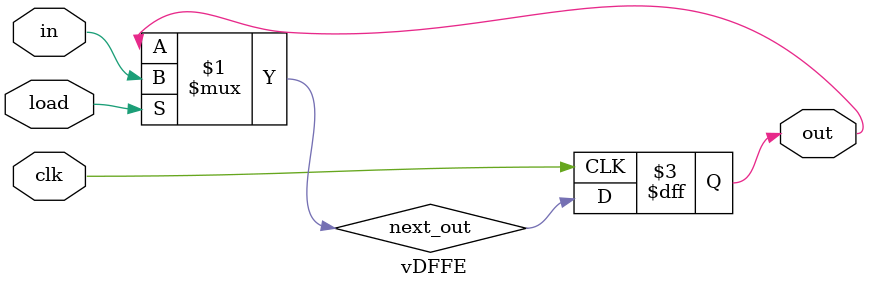
<source format=v>
module vDFFE(clk,load,in,out);  //from the slidesets
parameter n=1;
input clk,load;              //this is d flip flop with enable.
input[n-1:0] in;
output [n-1:0] out;
reg[n-1:0]out;
wire[n-1:0]next_out;
assign next_out=load?in:out;

always@(posedge clk)
out=next_out;
endmodule 
</source>
